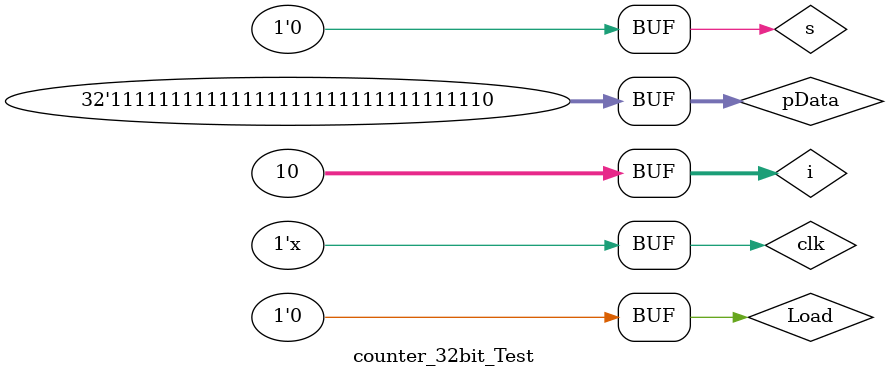
<source format=v>
`timescale 1ns / 1ps


module counter_32bit_Test;

	// Inputs
	reg clk;
	reg s;
	reg Load;
	reg [31:0] pData;

	// Outputs
	wire [31:0] cnt;
	wire Rc;

	// Instantiate the Unit Under Test (UUT)
	counter_32_rev uut (
		.clk(clk), 
		.s(s), 
		.Load(Load), 
		.pData(pData), 
		.cnt(cnt), 
		.Rc(Rc)
	);
	
	integer i;
	initial begin
		// Initialize Inputs
		clk = 0;
		s = 0;
		Load = 0;
		pData = 0;

		// Wait 100 ns for global reset to finish
		#100;
      
		// Add stimulus here
		for (i=0;i<=31;i=i+1)
		begin
			if (i>=1)
				pData=(pData+1)*2;
			Load=1;
			#20;
			Load=0;
			#40;
		end
		//forever #10 clk <= ~clk;
	end
   	always @ * //pulse,Square wave 
		for (i=0;i<10;i=i+1)begin
			#10;
			clk <= ~clk;
		end
endmodule


</source>
